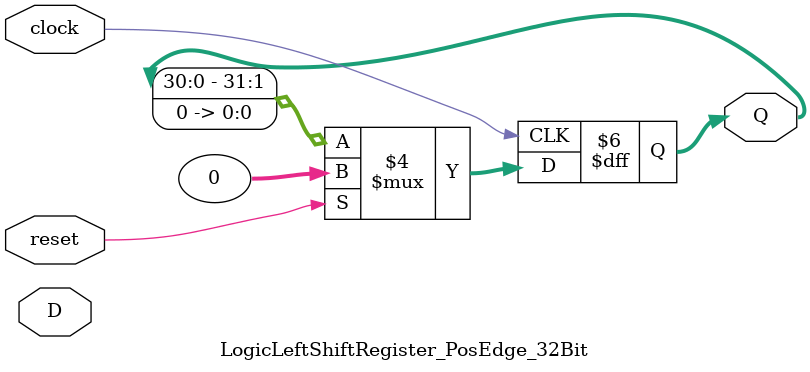
<source format=v>
module LogicLeftShiftRegister_PosEdge_32Bit (clock, reset, D, Q);
    input clock;
    input reset;
    input [31:0] D;
    output reg [31:0] Q;

    always @(posedge clock)
    begin
        if (reset)
            Q = 32'b00000000000000000000000000000000;
        else
            Q = Q << 1 ;        
    end
endmodule

</source>
